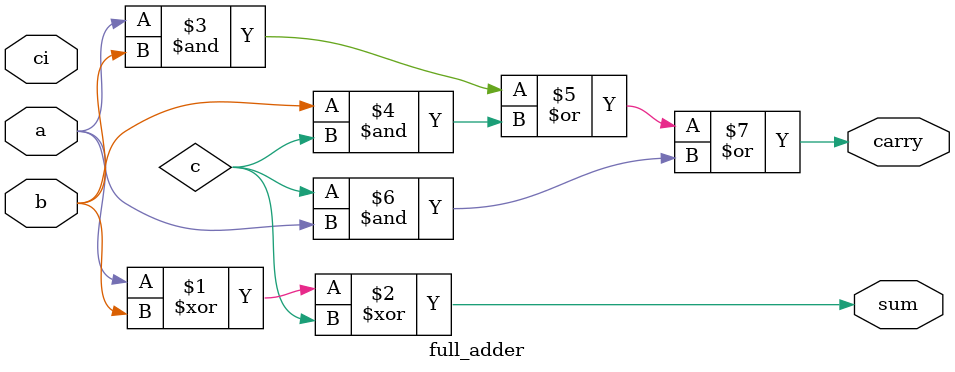
<source format=sv>
module full_adder(a,b,ci,sum, carry);
  input a,b,ci;
  output sum , carry;
   assign sum = a ^ b^c;
  assign carry = (a & b) | (b & c) | (c & a);
endmodule

</source>
